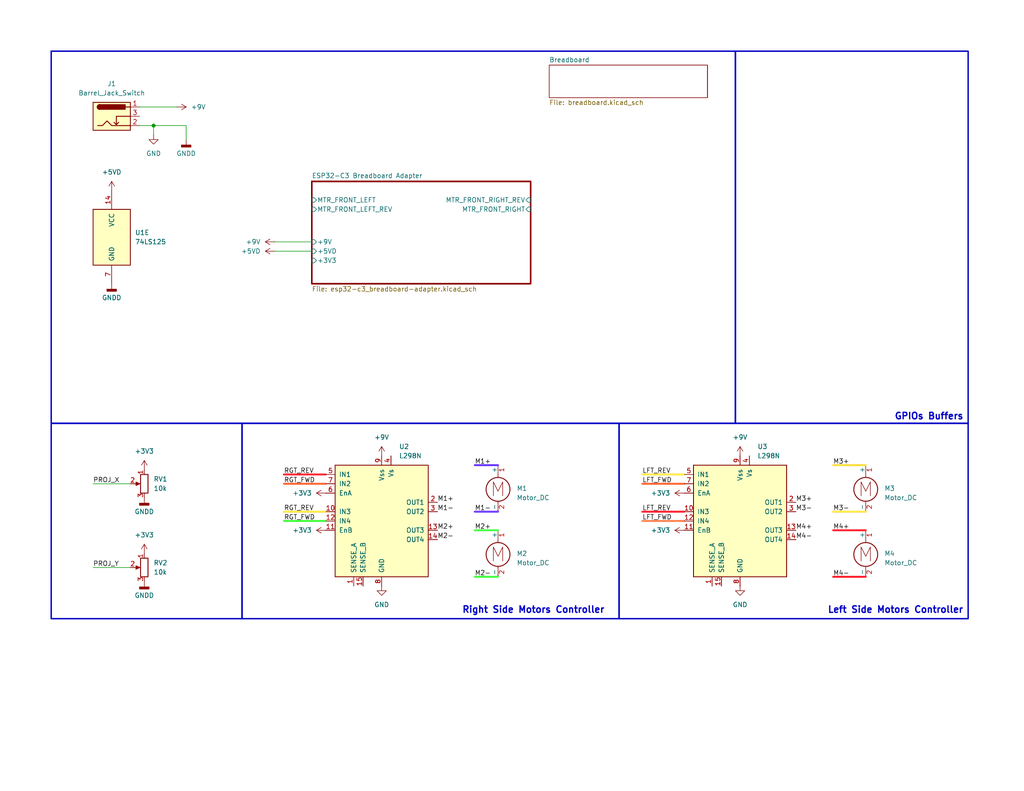
<source format=kicad_sch>
(kicad_sch (version 20250114) (generator "eeschema") (generator_version "9.0")
  (paper "USLetter")
  (title_block (title "RC Model Car (ESP32-C3 & ESP-NOW)") (date "2025-01-01") (rev "2.0.1") (company "Alexander B."))
  (lib_symbols
    (symbol "74xx:74LS125" (pin_names (offset 1.016))
      (property "Reference" "U" (at 0 1.27 0))
      (property "Value" "74LS125" (at 0 -1.27 0))
      (symbol "74LS125_1_0"
        (polyline (pts (xy -3.81 3.81) (xy -3.81 -3.81) (xy 3.81 0) (xy -3.81 3.81)) (stroke (width 0.254)) (fill (type background)))
        (pin input line (at -7.62 0 0) (length 3.81) (name "~") (number "2"))
        (pin input inverted (at 0 -6.35 90) (length 4.445) (name "~") (number "1"))
        (pin tri_state line (at 7.62 0 180) (length 3.81) (name "~") (number "3"))
      )
      (symbol "74LS125_2_0"
        (polyline (pts (xy -3.81 3.81) (xy -3.81 -3.81) (xy 3.81 0) (xy -3.81 3.81)) (stroke (width 0.254)) (fill (type background)))
        (pin input line (at -7.62 0 0) (length 3.81) (name "~") (number "5"))
        (pin input inverted (at 0 -6.35 90) (length 4.445) (name "~") (number "4"))
        (pin tri_state line (at 7.62 0 180) (length 3.81) (name "~") (number "6"))
      )
      (symbol "74LS125_3_0"
        (polyline (pts (xy -3.81 3.81) (xy -3.81 -3.81) (xy 3.81 0) (xy -3.81 3.81)) (stroke (width 0.254)) (fill (type background)))
        (pin input line (at -7.62 0 0) (length 3.81) (name "~") (number "9"))
        (pin input inverted (at 0 -6.35 90) (length 4.445) (name "~") (number "10"))
        (pin tri_state line (at 7.62 0 180) (length 3.81) (name "~") (number "8"))
      )
      (symbol "74LS125_4_0"
        (polyline (pts (xy -3.81 3.81) (xy -3.81 -3.81) (xy 3.81 0) (xy -3.81 3.81)) (stroke (width 0.254)) (fill (type background)))
        (pin input line (at -7.62 0 0) (length 3.81) (name "~") (number "12"))
        (pin input inverted (at 0 -6.35 90) (length 4.445) (name "~") (number "13"))
        (pin tri_state line (at 7.62 0 180) (length 3.81) (name "~") (number "11"))
      )
      (symbol "74LS125_5_0"
        (pin power_in line (at 0 12.7 270) (length 5.08) (name "VCC") (number "14"))
        (pin power_in line (at 0 -12.7 90) (length 5.08) (name "GND") (number "7"))
      )
      (symbol "74LS125_5_1"
        (rectangle (start -5.08 7.62) (end 5.08 -7.62) (stroke (width 0.254)) (fill (type background)))
      )
    )
    (symbol "Connector:Barrel_Jack_Switch" (pin_names (hide yes))
      (property "Reference" "J" (at 0 5.334 0))
      (property "Value" "Barrel_Jack_Switch" (at 0 -5.08 0))
      (symbol "Barrel_Jack_Switch_0_1"
        (rectangle (start -5.08 3.81) (end 5.08 -3.81) (stroke (width 0.254)) (fill (type background)))
        (polyline (pts (xy -3.81 -2.54) (xy -2.54 -2.54) (xy -1.27 -1.27) (xy 0 -2.54) (xy 2.54 -2.54) (xy 5.08 -2.54)) (stroke (width 0.254)))
        (arc (start -3.302 1.905) (mid -3.9343 2.54) (end -3.302 3.175) (stroke (width 0.254)))
        (arc (start -3.302 1.905) (mid -3.9343 2.54) (end -3.302 3.175) (stroke (width 0.254)) (fill (type outline)))
        (polyline (pts (xy 1.27 -2.286) (xy 1.905 -1.651)) (stroke (width 0.254)))
        (rectangle (start 3.683 3.175) (end -3.302 1.905) (stroke (width 0.254)) (fill (type outline)))
        (polyline (pts (xy 5.08 2.54) (xy 3.81 2.54)) (stroke (width 0.254)))
        (polyline (pts (xy 5.08 0) (xy 1.27 0) (xy 1.27 -2.286) (xy 0.635 -1.651)) (stroke (width 0.254)))
      )
      (symbol "Barrel_Jack_Switch_1_1"
        (pin passive line (at 7.62 2.54 180) (length 2.54) (name "~") (number "1"))
        (pin passive line (at 7.62 0 180) (length 2.54) (name "~") (number "3"))
        (pin passive line (at 7.62 -2.54 180) (length 2.54) (name "~") (number "2"))
      )
    )
    (symbol "Device:R_Potentiometer" (pin_names (offset 1.016) (hide yes))
      (property "Reference" "RV" (at -4.445 0 90))
      (property "Value" "R_Potentiometer" (at -2.54 0 90))
      (symbol "R_Potentiometer_0_1"
        (rectangle (start 1.016 2.54) (end -1.016 -2.54) (stroke (width 0.254)))
        (polyline (pts (xy 1.143 0) (xy 2.286 0.508) (xy 2.286 -0.508) (xy 1.143 0)) (fill (type outline)))
        (polyline (pts (xy 2.54 0) (xy 1.524 0)))
      )
      (symbol "R_Potentiometer_1_1"
        (pin passive line (at 0 3.81 270) (length 1.27) (name "1") (number "1"))
        (pin passive line (at 0 -3.81 90) (length 1.27) (name "3") (number "3"))
        (pin passive line (at 3.81 0 180) (length 1.27) (name "2") (number "2"))
      )
    )
    (symbol "Driver_Motor:L298N" (pin_names (offset 1.016))
      (property "Reference" "U" (at -10.16 16.51 0))
      (property "Value" "L298N" (at 12.7 16.51 0))
      (symbol "L298N_0_1"
        (rectangle (start -12.7 15.24) (end 12.7 -15.24) (stroke (width 0.254)) (fill (type background)))
      )
      (symbol "L298N_1_1"
        (pin input line (at -15.24 12.7 0) (length 2.54) (name "IN1") (number "5"))
        (pin input line (at -15.24 10.16 0) (length 2.54) (name "IN2") (number "7"))
        (pin input line (at -15.24 7.62 0) (length 2.54) (name "EnA") (number "6"))
        (pin input line (at -15.24 2.54 0) (length 2.54) (name "IN3") (number "10"))
        (pin input line (at -15.24 0 0) (length 2.54) (name "IN4") (number "12"))
        (pin input line (at -15.24 -2.54 0) (length 2.54) (name "EnB") (number "11"))
        (pin power_in line (at -7.62 -17.78 90) (length 2.54) (name "SENSE_A") (number "1"))
        (pin power_in line (at -5.08 -17.78 90) (length 2.54) (name "SENSE_B") (number "15"))
        (pin power_in line (at 0 17.78 270) (length 2.54) (name "Vss") (number "9"))
        (pin power_in line (at 0 -17.78 90) (length 2.54) (name "GND") (number "8"))
        (pin power_in line (at 2.54 17.78 270) (length 2.54) (name "Vs") (number "4"))
        (pin output line (at 15.24 5.08 180) (length 2.54) (name "OUT1") (number "2"))
        (pin output line (at 15.24 2.54 180) (length 2.54) (name "OUT2") (number "3"))
        (pin output line (at 15.24 -2.54 180) (length 2.54) (name "OUT3") (number "13"))
        (pin output line (at 15.24 -5.08 180) (length 2.54) (name "OUT4") (number "14"))
      )
    )
    (symbol "Motor:Motor_DC" (pin_names (offset 0))
      (property "Reference" "M" (at 2.54 2.54 0))
      (property "Value" "Motor_DC" (at 2.54 -5.08 0))
      (symbol "Motor_DC_0_0"
        (polyline (pts (xy -1.27 -3.302) (xy -1.27 0.508) (xy 0 -2.032) (xy 1.27 0.508) (xy 1.27 -3.302)))
      )
      (symbol "Motor_DC_0_1"
        (polyline (pts (xy 0 2.032) (xy 0 2.54)))
        (polyline (pts (xy 0 1.7272) (xy 0 2.0828)))
        (circle (center 0 -1.524) (radius 3.2512) (stroke (width 0.254)))
        (polyline (pts (xy 0 -4.7752) (xy 0 -5.1816)))
        (polyline (pts (xy 0 -7.62) (xy 0 -7.112)))
      )
      (symbol "Motor_DC_1_1"
        (pin passive line (at 0 5.08 270) (length 2.54) (name "+") (number "1"))
        (pin passive line (at 0 -7.62 90) (length 2.54) (name "-") (number "2"))
      )
    )
    (symbol "power:+3V3" (power) (pin_numbers (hide yes)) (pin_names (offset 0) (hide yes))
      (property "Value" "+3V3" (at 0 3.556 0))
      (symbol "+3V3_0_1"
        (polyline (pts (xy -0.762 1.27) (xy 0 2.54)))
        (polyline (pts (xy 0 2.54) (xy 0.762 1.27)))
        (polyline (pts (xy 0 0) (xy 0 2.54)))
      )
      (symbol "+3V3_1_1"
        (pin power_in line (at 0 0 90) (length 0) (name "~") (number "1"))
      )
    )
    (symbol "power:+5VD" (power) (pin_numbers (hide yes)) (pin_names (offset 0) (hide yes))
      (property "Value" "+5VD" (at 0 3.556 0))
      (symbol "+5VD_0_1"
        (polyline (pts (xy -0.762 1.27) (xy 0 2.54)))
        (polyline (pts (xy 0 2.54) (xy 0.762 1.27)))
        (polyline (pts (xy 0 0) (xy 0 2.54)))
      )
      (symbol "+5VD_1_1"
        (pin power_in line (at 0 0 90) (length 0) (name "~") (number "1"))
      )
    )
    (symbol "power:+9V" (power) (pin_numbers (hide yes)) (pin_names (offset 0) (hide yes))
      (property "Value" "+9V" (at 0 3.556 0))
      (symbol "+9V_0_1"
        (polyline (pts (xy -0.762 1.27) (xy 0 2.54)))
        (polyline (pts (xy 0 2.54) (xy 0.762 1.27)))
        (polyline (pts (xy 0 0) (xy 0 2.54)))
      )
      (symbol "+9V_1_1"
        (pin power_in line (at 0 0 90) (length 0) (name "~") (number "1"))
      )
    )
    (symbol "power:GND" (power) (pin_numbers (hide yes)) (pin_names (offset 0) (hide yes))
      (property "Value" "GND" (at 0 -3.81 0))
      (symbol "GND_0_1"
        (polyline (pts (xy 0 0) (xy 0 -1.27) (xy 1.27 -1.27) (xy 0 -2.54) (xy -1.27 -1.27) (xy 0 -1.27)))
      )
      (symbol "GND_1_1"
        (pin power_in line (at 0 0 270) (length 0) (name "~") (number "1"))
      )
    )
    (symbol "power:GNDD" (power) (pin_numbers (hide yes)) (pin_names (offset 0) (hide yes))
      (property "Value" "GNDD" (at 0 -3.175 0))
      (symbol "GNDD_0_1"
        (rectangle (start -1.27 -1.524) (end 1.27 -2.032) (stroke (width 0.254)) (fill (type outline)))
        (polyline (pts (xy 0 0) (xy 0 -1.524)))
      )
      (symbol "GNDD_1_1"
        (pin power_in line (at 0 0 270) (length 0) (name "~") (number "1"))
      )
    )
  )
  (rectangle (start 168.91 115.57) (end 264.16 168.91) (stroke (width 0.381)))
  (rectangle (start 66.04 115.57) (end 168.91 168.91) (stroke (width 0.381)))
  (rectangle (start 13.97 13.97) (end 200.66 115.57) (stroke (width 0.381)))
  (rectangle (start 13.97 115.57) (end 66.04 168.91) (stroke (width 0.381)))
  (rectangle (start 200.66 13.97) (end 264.16 115.57) (stroke (width 0.381)))
  (text "Left Side Motors Controller" (at 244.348 166.624 0) (effects (font (size 1.778 1.778) (thickness 0.3556) (bold yes))))
  (text "Right Side Motors Controller" (at 145.542 166.624 0) (effects (font (size 1.778 1.778) (thickness 0.3556) (bold yes))))
  (text "GPIOs Buffers" (at 253.492 113.792 0) (effects (font (size 1.778 1.778) (thickness 0.3556) (bold yes))))
  (junction (at 41.91 34.29))
  (wire (pts (xy 77.47 132.08) (xy 88.9 132.08)) (stroke (width 0.508) (color 255 91 39 1)))
  (wire (pts (xy 38.1 34.29) (xy 41.91 34.29)))
  (wire (pts (xy 129.54 139.7) (xy 135.89 139.7)) (stroke (width 0.508) (color 98 45 255 1)))
  (wire (pts (xy 41.91 34.29) (xy 41.91 36.83)))
  (wire (pts (xy 50.8 38.1) (xy 50.8 34.29)))
  (wire (pts (xy 227.33 127) (xy 236.22 127)) (stroke (width 0.508) (color 255 216 50 1)))
  (wire (pts (xy 129.54 144.78) (xy 135.89 144.78)) (stroke (width 0.508) (color 57 255 53 1)))
  (wire (pts (xy 129.54 127) (xy 135.89 127)) (stroke (width 0.508) (color 98 45 255 1)))
  (wire (pts (xy 175.26 132.08) (xy 186.69 132.08)) (stroke (width 0.508) (color 255 91 39 1)))
  (wire (pts (xy 227.33 157.48) (xy 236.22 157.48)) (stroke (width 0.508) (color 255 15 31 1)))
  (wire (pts (xy 25.4 154.94) (xy 35.56 154.94)))
  (wire (pts (xy 74.93 66.04) (xy 85.09 66.04)))
  (wire (pts (xy 50.8 34.29) (xy 41.91 34.29)))
  (wire (pts (xy 77.47 139.7) (xy 88.9 139.7)) (stroke (width 0.508) (color 255 216 50 1)))
  (wire (pts (xy 74.93 68.58) (xy 85.09 68.58)))
  (wire (pts (xy 77.47 142.24) (xy 88.9 142.24)) (stroke (width 0.508) (color 57 255 53 1)))
  (wire (pts (xy 25.4 132.08) (xy 35.56 132.08)))
  (wire (pts (xy 175.26 139.7) (xy 186.69 139.7)) (stroke (width 0.508) (color 255 15 31 1)))
  (wire (pts (xy 175.26 129.54) (xy 186.69 129.54)) (stroke (width 0.508) (color 255 216 50 1)))
  (wire (pts (xy 175.26 142.24) (xy 186.69 142.24)) (stroke (width 0.508) (color 255 128 72 1)))
  (wire (pts (xy 129.54 157.48) (xy 135.89 157.48)) (stroke (width 0.508) (color 57 255 53 1)))
  (wire (pts (xy 227.33 139.7) (xy 236.22 139.7)) (stroke (width 0.508) (color 255 216 50 1)))
  (wire (pts (xy 227.33 144.78) (xy 236.22 144.78)) (stroke (width 0.508) (color 255 15 31 1)))
  (wire (pts (xy 77.47 129.54) (xy 88.9 129.54)) (stroke (width 0.508) (color 255 15 31 1)))
  (wire (pts (xy 38.1 29.21) (xy 48.26 29.21)))
  (label "M1-" (at 129.54 139.7 0))
  (label "RGT_FWD" (at 77.47 142.24 0))
  (label "M4-" (at 217.17 147.32 0))
  (label "PROJ_Y" (at 25.4 154.94 0))
  (label "LFT_FWD" (at 175.26 142.24 0))
  (label "M3-" (at 217.17 139.7 0))
  (label "PROJ_X" (at 25.4 132.08 0))
  (label "RGT_REV" (at 77.47 139.7 0))
  (label "M4-" (at 227.33 157.48 0))
  (label "M1+" (at 129.54 127 0))
  (label "M4+" (at 217.17 144.78 0))
  (label "M2-" (at 129.54 157.48 0))
  (label "LFT_FWD" (at 175.26 132.08 0))
  (label "M2+" (at 119.38 144.78 0))
  (label "M1-" (at 119.38 139.7 0))
  (label "LFT_REV" (at 175.26 139.7 0))
  (label "M2+" (at 129.54 144.78 0))
  (label "M3+" (at 227.33 127 0))
  (label "RGT_REV" (at 77.47 129.54 0))
  (label "M2-" (at 119.38 147.32 0))
  (label "M3-" (at 227.33 139.7 0))
  (label "LFT_REV" (at 175.26 129.54 0))
  (label "M3+" (at 217.17 137.16 0))
  (label "M1+" (at 119.38 137.16 0))
  (label "RGT_FWD" (at 77.47 132.08 0))
  (label "M4+" (at 227.33 144.78 0))
  (symbol (lib_id "power:+9V") (at 201.93 124.46 0) (unit 1)
    (property "Reference" "#PWR021" (effects (hide yes)))
    (property "Value" "+9V" (at 201.93 119.38 0))
    (property "Description" "Power symbol creates a global label with name \"+9V\"" (effects (hide yes)))
  )
  (symbol (lib_id "Driver_Motor:L298N") (at 104.14 142.24 0) (unit 1)
    (property "Reference" "U2" (at 108.8741 121.92 0) (effects (justify left)))
    (property "Value" "L298N" (at 108.8741 124.46 0) (effects (justify left)))
    (property "Footprint" "Package_TO_SOT_THT:TO-220-15_P2.54x2.54mm_StaggerOdd_Lead4.58mm_Vertical" (effects (hide yes)))
    (property "Datasheet" "http://www.st.com/st-web-ui/static/active/en/resource/technical/document/datasheet/CD00000240.pdf" (effects (hide yes)))
    (property "Description" "Dual full bridge motor driver, up to 46V, 4A, Multiwatt15-V" (effects (hide yes)))
  )
  (symbol (lib_id "power:GNDD") (at 39.37 158.75 0) (unit 1)
    (property "Reference" "#PWR07" (effects (hide yes)))
    (property "Value" "GNDD" (at 39.37 162.56 0))
    (property "Description" "Power symbol creates a global label with name \"GNDD\" , digital ground" (effects (hide yes)))
  )
  (symbol (lib_id "Driver_Motor:L298N") (at 201.93 142.24 0) (unit 1)
    (property "Reference" "U3" (at 206.6641 121.92 0) (effects (justify left)))
    (property "Value" "L298N" (at 206.6641 124.46 0) (effects (justify left)))
    (property "Footprint" "Package_TO_SOT_THT:TO-220-15_P2.54x2.54mm_StaggerOdd_Lead4.58mm_Vertical" (effects (hide yes)))
    (property "Datasheet" "http://www.st.com/st-web-ui/static/active/en/resource/technical/document/datasheet/CD00000240.pdf" (effects (hide yes)))
    (property "Description" "Dual full bridge motor driver, up to 46V, 4A, Multiwatt15-V" (effects (hide yes)))
  )
  (symbol (lib_id "power:+3V3") (at 39.37 151.13 0) (unit 1)
    (property "Reference" "#PWR06" (effects (hide yes)))
    (property "Value" "+3V3" (at 39.37 146.05 0))
    (property "Description" "Power symbol creates a global label with name \"+3V3\"" (effects (hide yes)))
  )
  (symbol (lib_id "Device:R_Potentiometer") (at 39.37 154.94 0) (mirror y) (unit 1)
    (property "Reference" "RV2" (at 41.91 153.6699 0) (effects (justify right)))
    (property "Value" "10k" (at 41.91 156.2099 0) (effects (justify right)))
    (property "Description" "PROJ-Y" (effects (hide yes)))
  )
  (symbol (lib_id "74xx:74LS125") (at 30.48 64.77 0) (unit 5)
    (property "Reference" "U1" (at 36.83 63.4999 0) (effects (justify left)))
    (property "Value" "74LS125" (at 36.83 66.0399 0) (effects (justify left)))
    (property "Datasheet" "http://www.ti.com/lit/gpn/sn74LS125" (effects (hide yes)))
    (property "Description" "Quad buffer 3-State outputs" (effects (hide yes)))
  )
  (symbol (lib_id "power:+9V") (at 48.26 29.21 270) (unit 1)
    (property "Reference" "#PWR016" (effects (hide yes)))
    (property "Value" "+9V" (at 52.07 29.2099 90) (effects (justify left)))
    (property "Description" "Power symbol creates a global label with name \"+9V\"" (effects (hide yes)))
  )
  (symbol (lib_id "Motor:Motor_DC") (at 236.22 149.86 0) (unit 1)
    (property "Reference" "M4" (at 241.3 151.1299 0) (effects (justify left)))
    (property "Value" "Motor_DC" (at 241.3 153.6699 0) (effects (justify left)))
    (property "Description" "DC Motor" (effects (hide yes)))
  )
  (symbol (lib_id "Motor:Motor_DC") (at 236.22 132.08 0) (unit 1)
    (property "Reference" "M3" (at 241.3 133.3499 0) (effects (justify left)))
    (property "Value" "Motor_DC" (at 241.3 135.8899 0) (effects (justify left)))
    (property "Description" "DC Motor" (effects (hide yes)))
  )
  (symbol (lib_id "power:+3V3") (at 88.9 144.78 90) (unit 1)
    (property "Reference" "#PWR023" (effects (hide yes)))
    (property "Value" "+3V3" (at 85.09 144.7799 90) (effects (justify left)))
    (property "Description" "Power symbol creates a global label with name \"+3V3\"" (effects (hide yes)))
  )
  (symbol (lib_id "power:+9V") (at 74.93 66.04 90) (unit 1)
    (property "Reference" "#PWR027" (effects (hide yes)))
    (property "Value" "+9V" (at 71.12 66.0399 90) (effects (justify left)))
    (property "Description" "Power symbol creates a global label with name \"+9V\"" (effects (hide yes)))
  )
  (symbol (lib_id "power:+3V3") (at 186.69 134.62 90) (unit 1)
    (property "Reference" "#PWR024" (effects (hide yes)))
    (property "Value" "+3V3" (at 182.88 134.6199 90) (effects (justify left)))
    (property "Description" "Power symbol creates a global label with name \"+3V3\"" (effects (hide yes)))
  )
  (symbol (lib_id "power:GNDD") (at 50.8 38.1 0) (unit 1)
    (property "Reference" "#PWR010" (effects (hide yes)))
    (property "Value" "GNDD" (at 50.8 41.91 0))
    (property "Description" "Power symbol creates a global label with name \"GNDD\" , digital ground" (effects (hide yes)))
  )
  (symbol (lib_id "power:+3V3") (at 186.69 144.78 90) (unit 1)
    (property "Reference" "#PWR025" (effects (hide yes)))
    (property "Value" "+3V3" (at 182.88 144.7799 90) (effects (justify left)))
    (property "Description" "Power symbol creates a global label with name \"+3V3\"" (effects (hide yes)))
  )
  (symbol (lib_id "power:GNDD") (at 30.48 77.47 0) (unit 1)
    (property "Reference" "#PWR01" (effects (hide yes)))
    (property "Value" "GNDD" (at 30.48 81.28 0))
    (property "Description" "Power symbol creates a global label with name \"GNDD\" , digital ground" (effects (hide yes)))
  )
  (symbol (lib_id "Motor:Motor_DC") (at 135.89 132.08 0) (unit 1)
    (property "Reference" "M1" (at 140.97 133.3499 0) (effects (justify left)))
    (property "Value" "Motor_DC" (at 140.97 135.8899 0) (effects (justify left)))
    (property "Description" "DC Motor" (effects (hide yes)))
  )
  (symbol (lib_id "power:GND") (at 41.91 36.83 0) (unit 1)
    (property "Reference" "#PWR08" (effects (hide yes)))
    (property "Value" "GND" (at 41.91 41.91 0))
    (property "Description" "Power symbol creates a global label with name \"GND\" , ground" (effects (hide yes)))
  )
  (symbol (lib_id "power:GNDD") (at 39.37 135.89 0) (unit 1)
    (property "Reference" "#PWR04" (effects (hide yes)))
    (property "Value" "GNDD" (at 39.37 139.7 0))
    (property "Description" "Power symbol creates a global label with name \"GNDD\" , digital ground" (effects (hide yes)))
  )
  (symbol (lib_id "power:+9V") (at 104.14 124.46 0) (unit 1)
    (property "Reference" "#PWR020" (effects (hide yes)))
    (property "Value" "+9V" (at 104.14 119.38 0))
    (property "Description" "Power symbol creates a global label with name \"+9V\"" (effects (hide yes)))
  )
  (symbol (lib_id "power:GND") (at 201.93 160.02 0) (unit 1)
    (property "Reference" "#PWR019" (effects (hide yes)))
    (property "Value" "GND" (at 201.93 165.1 0))
    (property "Description" "Power symbol creates a global label with name \"GND\" , ground" (effects (hide yes)))
  )
  (symbol (lib_id "Motor:Motor_DC") (at 135.89 149.86 0) (unit 1)
    (property "Reference" "M2" (at 140.97 151.1299 0) (effects (justify left)))
    (property "Value" "Motor_DC" (at 140.97 153.6699 0) (effects (justify left)))
    (property "Description" "DC Motor" (effects (hide yes)))
  )
  (symbol (lib_id "Device:R_Potentiometer") (at 39.37 132.08 0) (mirror y) (unit 1)
    (property "Reference" "RV1" (at 41.91 130.8099 0) (effects (justify right)))
    (property "Value" "10k" (at 41.91 133.3499 0) (effects (justify right)))
    (property "Description" "PROJ-X" (effects (hide yes)))
  )
  (symbol (lib_id "power:+3V3") (at 88.9 134.62 90) (unit 1)
    (property "Reference" "#PWR022" (effects (hide yes)))
    (property "Value" "+3V3" (at 85.09 134.6199 90) (effects (justify left)))
    (property "Description" "Power symbol creates a global label with name \"+3V3\"" (effects (hide yes)))
  )
  (symbol (lib_id "Connector:Barrel_Jack_Switch") (at 30.48 31.75 0) (unit 1)
    (property "Reference" "J1" (at 30.48 22.86 0))
    (property "Value" "Barrel_Jack_Switch" (at 30.48 25.4 0))
    (property "Description" "DC Barrel Jack with an internal switch" (effects (hide yes)))
  )
  (symbol (lib_id "power:GND") (at 104.14 160.02 0) (unit 1)
    (property "Reference" "#PWR018" (effects (hide yes)))
    (property "Value" "GND" (at 104.14 165.1 0))
    (property "Description" "Power symbol creates a global label with name \"GND\" , ground" (effects (hide yes)))
  )
  (symbol (lib_id "power:+5VD") (at 74.93 68.58 90) (unit 1)
    (property "Reference" "#PWR026" (effects (hide yes)))
    (property "Value" "+5VD" (at 71.12 68.5799 90) (effects (justify left)))
    (property "Description" "Power symbol creates a global label with name \"+5VD\"" (effects (hide yes)))
  )
  (symbol (lib_id "power:+3V3") (at 39.37 128.27 0) (unit 1)
    (property "Reference" "#PWR05" (effects (hide yes)))
    (property "Value" "+3V3" (at 39.37 123.19 0))
    (property "Description" "Power symbol creates a global label with name \"+3V3\"" (effects (hide yes)))
  )
  (symbol (lib_id "power:+5VD") (at 30.48 52.07 0) (unit 1)
    (property "Reference" "#PWR014" (effects (hide yes)))
    (property "Value" "+5VD" (at 30.48 46.99 0))
    (property "Description" "Power symbol creates a global label with name \"+5VD\"" (effects (hide yes)))
  )
  (sheet (at 149.86 17.78) (size 43.18 8.89) (stroke (width 0.1524))
    (property "Sheetname" "Breadboard" (at 149.86 17.0684 0) (effects (justify left bottom)))
    (property "Sheetfile" "breadboard.kicad_sch" (at 149.86 27.2546 0) (effects (justify left top)))
  )
  (sheet (at 85.09 49.53) (size 59.69 27.94) (stroke (width 0.381))
    (property "Sheetname" "ESP32-C3 Breadboard Adapter" (at 85.09 48.7041 0) (effects (justify left bottom)))
    (property "Sheetfile" "esp32-c3_breadboard-adapter.kicad_sch" (at 85.09 78.1689 0) (effects (justify left top)))
    (pin "MTR_FRONT_RIGHT" input (at 144.78 57.15 0))
    (pin "+3V3" input (at 85.09 71.12 180))
    (pin "+5VD" input (at 85.09 68.58 180))
    (pin "+9V" input (at 85.09 66.04 180))
    (pin "MTR_FRONT_LEFT" input (at 85.09 54.61 180))
    (pin "MTR_FRONT_LEFT_REV" input (at 85.09 57.15 180))
    (pin "MTR_FRONT_RIGHT_REV" input (at 144.78 54.61 0))
  )
)
</source>
